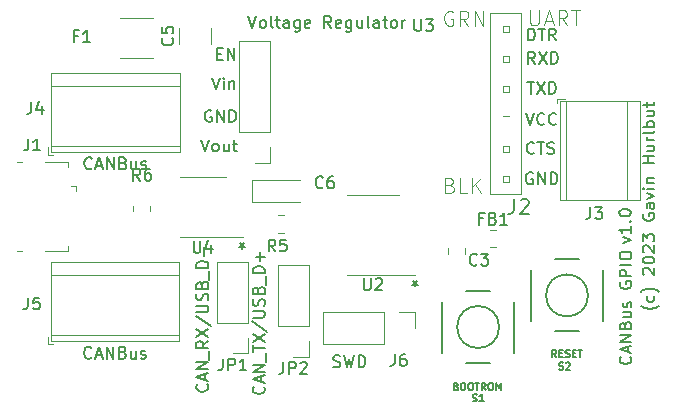
<source format=gbr>
%TF.GenerationSoftware,KiCad,Pcbnew,6.0.11-2627ca5db0~126~ubuntu22.04.1*%
%TF.CreationDate,2023-02-28T15:21:50-05:00*%
%TF.ProjectId,canbus-gpios,63616e62-7573-42d6-9770-696f732e6b69,1.0*%
%TF.SameCoordinates,Original*%
%TF.FileFunction,Legend,Top*%
%TF.FilePolarity,Positive*%
%FSLAX46Y46*%
G04 Gerber Fmt 4.6, Leading zero omitted, Abs format (unit mm)*
G04 Created by KiCad (PCBNEW 6.0.11-2627ca5db0~126~ubuntu22.04.1) date 2023-02-28 15:21:50*
%MOMM*%
%LPD*%
G01*
G04 APERTURE LIST*
%ADD10C,0.150000*%
%ADD11C,0.127000*%
%ADD12C,0.101600*%
%ADD13C,0.120000*%
%ADD14C,0.203200*%
%ADD15C,0.066040*%
G04 APERTURE END LIST*
D10*
X107057142Y-98767857D02*
X107104761Y-98815476D01*
X107152380Y-98958333D01*
X107152380Y-99053571D01*
X107104761Y-99196428D01*
X107009523Y-99291666D01*
X106914285Y-99339285D01*
X106723809Y-99386904D01*
X106580952Y-99386904D01*
X106390476Y-99339285D01*
X106295238Y-99291666D01*
X106200000Y-99196428D01*
X106152380Y-99053571D01*
X106152380Y-98958333D01*
X106200000Y-98815476D01*
X106247619Y-98767857D01*
X106866666Y-98386904D02*
X106866666Y-97910714D01*
X107152380Y-98482142D02*
X106152380Y-98148809D01*
X107152380Y-97815476D01*
X107152380Y-97482142D02*
X106152380Y-97482142D01*
X107152380Y-96910714D01*
X106152380Y-96910714D01*
X106628571Y-96101190D02*
X106676190Y-95958333D01*
X106723809Y-95910714D01*
X106819047Y-95863095D01*
X106961904Y-95863095D01*
X107057142Y-95910714D01*
X107104761Y-95958333D01*
X107152380Y-96053571D01*
X107152380Y-96434523D01*
X106152380Y-96434523D01*
X106152380Y-96101190D01*
X106200000Y-96005952D01*
X106247619Y-95958333D01*
X106342857Y-95910714D01*
X106438095Y-95910714D01*
X106533333Y-95958333D01*
X106580952Y-96005952D01*
X106628571Y-96101190D01*
X106628571Y-96434523D01*
X106485714Y-95005952D02*
X107152380Y-95005952D01*
X106485714Y-95434523D02*
X107009523Y-95434523D01*
X107104761Y-95386904D01*
X107152380Y-95291666D01*
X107152380Y-95148809D01*
X107104761Y-95053571D01*
X107057142Y-95005952D01*
X107104761Y-94577380D02*
X107152380Y-94482142D01*
X107152380Y-94291666D01*
X107104761Y-94196428D01*
X107009523Y-94148809D01*
X106961904Y-94148809D01*
X106866666Y-94196428D01*
X106819047Y-94291666D01*
X106819047Y-94434523D01*
X106771428Y-94529761D01*
X106676190Y-94577380D01*
X106628571Y-94577380D01*
X106533333Y-94529761D01*
X106485714Y-94434523D01*
X106485714Y-94291666D01*
X106533333Y-94196428D01*
X106200000Y-92434523D02*
X106152380Y-92529761D01*
X106152380Y-92672619D01*
X106200000Y-92815476D01*
X106295238Y-92910714D01*
X106390476Y-92958333D01*
X106580952Y-93005952D01*
X106723809Y-93005952D01*
X106914285Y-92958333D01*
X107009523Y-92910714D01*
X107104761Y-92815476D01*
X107152380Y-92672619D01*
X107152380Y-92577380D01*
X107104761Y-92434523D01*
X107057142Y-92386904D01*
X106723809Y-92386904D01*
X106723809Y-92577380D01*
X107152380Y-91958333D02*
X106152380Y-91958333D01*
X106152380Y-91577380D01*
X106200000Y-91482142D01*
X106247619Y-91434523D01*
X106342857Y-91386904D01*
X106485714Y-91386904D01*
X106580952Y-91434523D01*
X106628571Y-91482142D01*
X106676190Y-91577380D01*
X106676190Y-91958333D01*
X107152380Y-90958333D02*
X106152380Y-90958333D01*
X106152380Y-90291666D02*
X106152380Y-90101190D01*
X106200000Y-90005952D01*
X106295238Y-89910714D01*
X106485714Y-89863095D01*
X106819047Y-89863095D01*
X107009523Y-89910714D01*
X107104761Y-90005952D01*
X107152380Y-90101190D01*
X107152380Y-90291666D01*
X107104761Y-90386904D01*
X107009523Y-90482142D01*
X106819047Y-90529761D01*
X106485714Y-90529761D01*
X106295238Y-90482142D01*
X106200000Y-90386904D01*
X106152380Y-90291666D01*
X106435714Y-89103571D02*
X107102380Y-88865476D01*
X106435714Y-88627380D01*
X107102380Y-87722619D02*
X107102380Y-88294047D01*
X107102380Y-88008333D02*
X106102380Y-88008333D01*
X106245238Y-88103571D01*
X106340476Y-88198809D01*
X106388095Y-88294047D01*
X107007142Y-87294047D02*
X107054761Y-87246428D01*
X107102380Y-87294047D01*
X107054761Y-87341666D01*
X107007142Y-87294047D01*
X107102380Y-87294047D01*
X106102380Y-86627380D02*
X106102380Y-86532142D01*
X106150000Y-86436904D01*
X106197619Y-86389285D01*
X106292857Y-86341666D01*
X106483333Y-86294047D01*
X106721428Y-86294047D01*
X106911904Y-86341666D01*
X107007142Y-86389285D01*
X107054761Y-86436904D01*
X107102380Y-86532142D01*
X107102380Y-86627380D01*
X107054761Y-86722619D01*
X107007142Y-86770238D01*
X106911904Y-86817857D01*
X106721428Y-86865476D01*
X106483333Y-86865476D01*
X106292857Y-86817857D01*
X106197619Y-86770238D01*
X106150000Y-86722619D01*
X106102380Y-86627380D01*
X109483333Y-94430952D02*
X109435714Y-94478571D01*
X109292857Y-94573809D01*
X109197619Y-94621428D01*
X109054761Y-94669047D01*
X108816666Y-94716666D01*
X108626190Y-94716666D01*
X108388095Y-94669047D01*
X108245238Y-94621428D01*
X108150000Y-94573809D01*
X108007142Y-94478571D01*
X107959523Y-94430952D01*
X109054761Y-93621428D02*
X109102380Y-93716666D01*
X109102380Y-93907142D01*
X109054761Y-94002380D01*
X109007142Y-94050000D01*
X108911904Y-94097619D01*
X108626190Y-94097619D01*
X108530952Y-94050000D01*
X108483333Y-94002380D01*
X108435714Y-93907142D01*
X108435714Y-93716666D01*
X108483333Y-93621428D01*
X109483333Y-93288095D02*
X109435714Y-93240476D01*
X109292857Y-93145238D01*
X109197619Y-93097619D01*
X109054761Y-93050000D01*
X108816666Y-93002380D01*
X108626190Y-93002380D01*
X108388095Y-93050000D01*
X108245238Y-93097619D01*
X108150000Y-93145238D01*
X108007142Y-93240476D01*
X107959523Y-93288095D01*
X108197619Y-91811904D02*
X108150000Y-91764285D01*
X108102380Y-91669047D01*
X108102380Y-91430952D01*
X108150000Y-91335714D01*
X108197619Y-91288095D01*
X108292857Y-91240476D01*
X108388095Y-91240476D01*
X108530952Y-91288095D01*
X109102380Y-91859523D01*
X109102380Y-91240476D01*
X108102380Y-90621428D02*
X108102380Y-90526190D01*
X108150000Y-90430952D01*
X108197619Y-90383333D01*
X108292857Y-90335714D01*
X108483333Y-90288095D01*
X108721428Y-90288095D01*
X108911904Y-90335714D01*
X109007142Y-90383333D01*
X109054761Y-90430952D01*
X109102380Y-90526190D01*
X109102380Y-90621428D01*
X109054761Y-90716666D01*
X109007142Y-90764285D01*
X108911904Y-90811904D01*
X108721428Y-90859523D01*
X108483333Y-90859523D01*
X108292857Y-90811904D01*
X108197619Y-90764285D01*
X108150000Y-90716666D01*
X108102380Y-90621428D01*
X108197619Y-89907142D02*
X108150000Y-89859523D01*
X108102380Y-89764285D01*
X108102380Y-89526190D01*
X108150000Y-89430952D01*
X108197619Y-89383333D01*
X108292857Y-89335714D01*
X108388095Y-89335714D01*
X108530952Y-89383333D01*
X109102380Y-89954761D01*
X109102380Y-89335714D01*
X108102380Y-89002380D02*
X108102380Y-88383333D01*
X108483333Y-88716666D01*
X108483333Y-88573809D01*
X108530952Y-88478571D01*
X108578571Y-88430952D01*
X108673809Y-88383333D01*
X108911904Y-88383333D01*
X109007142Y-88430952D01*
X109054761Y-88478571D01*
X109102380Y-88573809D01*
X109102380Y-88859523D01*
X109054761Y-88954761D01*
X109007142Y-89002380D01*
X108150000Y-86669047D02*
X108102380Y-86764285D01*
X108102380Y-86907142D01*
X108150000Y-87050000D01*
X108245238Y-87145238D01*
X108340476Y-87192857D01*
X108530952Y-87240476D01*
X108673809Y-87240476D01*
X108864285Y-87192857D01*
X108959523Y-87145238D01*
X109054761Y-87050000D01*
X109102380Y-86907142D01*
X109102380Y-86811904D01*
X109054761Y-86669047D01*
X109007142Y-86621428D01*
X108673809Y-86621428D01*
X108673809Y-86811904D01*
X109102380Y-85764285D02*
X108578571Y-85764285D01*
X108483333Y-85811904D01*
X108435714Y-85907142D01*
X108435714Y-86097619D01*
X108483333Y-86192857D01*
X109054761Y-85764285D02*
X109102380Y-85859523D01*
X109102380Y-86097619D01*
X109054761Y-86192857D01*
X108959523Y-86240476D01*
X108864285Y-86240476D01*
X108769047Y-86192857D01*
X108721428Y-86097619D01*
X108721428Y-85859523D01*
X108673809Y-85764285D01*
X108435714Y-85383333D02*
X109102380Y-85145238D01*
X108435714Y-84907142D01*
X109102380Y-84526190D02*
X108435714Y-84526190D01*
X108102380Y-84526190D02*
X108150000Y-84573809D01*
X108197619Y-84526190D01*
X108150000Y-84478571D01*
X108102380Y-84526190D01*
X108197619Y-84526190D01*
X108435714Y-84050000D02*
X109102380Y-84050000D01*
X108530952Y-84050000D02*
X108483333Y-84002380D01*
X108435714Y-83907142D01*
X108435714Y-83764285D01*
X108483333Y-83669047D01*
X108578571Y-83621428D01*
X109102380Y-83621428D01*
X109102380Y-82383333D02*
X108102380Y-82383333D01*
X108578571Y-82383333D02*
X108578571Y-81811904D01*
X109102380Y-81811904D02*
X108102380Y-81811904D01*
X108435714Y-80907142D02*
X109102380Y-80907142D01*
X108435714Y-81335714D02*
X108959523Y-81335714D01*
X109054761Y-81288095D01*
X109102380Y-81192857D01*
X109102380Y-81050000D01*
X109054761Y-80954761D01*
X109007142Y-80907142D01*
X109102380Y-80430952D02*
X108435714Y-80430952D01*
X108626190Y-80430952D02*
X108530952Y-80383333D01*
X108483333Y-80335714D01*
X108435714Y-80240476D01*
X108435714Y-80145238D01*
X109102380Y-79669047D02*
X109054761Y-79764285D01*
X108959523Y-79811904D01*
X108102380Y-79811904D01*
X109102380Y-79288095D02*
X108102380Y-79288095D01*
X108483333Y-79288095D02*
X108435714Y-79192857D01*
X108435714Y-79002380D01*
X108483333Y-78907142D01*
X108530952Y-78859523D01*
X108626190Y-78811904D01*
X108911904Y-78811904D01*
X109007142Y-78859523D01*
X109054761Y-78907142D01*
X109102380Y-79002380D01*
X109102380Y-79192857D01*
X109054761Y-79288095D01*
X108435714Y-77954761D02*
X109102380Y-77954761D01*
X108435714Y-78383333D02*
X108959523Y-78383333D01*
X109054761Y-78335714D01*
X109102380Y-78240476D01*
X109102380Y-78097619D01*
X109054761Y-78002380D01*
X109007142Y-77954761D01*
X108435714Y-77621428D02*
X108435714Y-77240476D01*
X108102380Y-77478571D02*
X108959523Y-77478571D01*
X109054761Y-77430952D01*
X109102380Y-77335714D01*
X109102380Y-77240476D01*
%TO.C,J3*%
X103691666Y-86102380D02*
X103691666Y-86816666D01*
X103644047Y-86959523D01*
X103548809Y-87054761D01*
X103405952Y-87102380D01*
X103310714Y-87102380D01*
X104072619Y-86102380D02*
X104691666Y-86102380D01*
X104358333Y-86483333D01*
X104501190Y-86483333D01*
X104596428Y-86530952D01*
X104644047Y-86578571D01*
X104691666Y-86673809D01*
X104691666Y-86911904D01*
X104644047Y-87007142D01*
X104596428Y-87054761D01*
X104501190Y-87102380D01*
X104215476Y-87102380D01*
X104120238Y-87054761D01*
X104072619Y-87007142D01*
%TO.C,U3*%
X88788095Y-70177380D02*
X88788095Y-70986904D01*
X88835714Y-71082142D01*
X88883333Y-71129761D01*
X88978571Y-71177380D01*
X89169047Y-71177380D01*
X89264285Y-71129761D01*
X89311904Y-71082142D01*
X89359523Y-70986904D01*
X89359523Y-70177380D01*
X89740476Y-70177380D02*
X90359523Y-70177380D01*
X90026190Y-70558333D01*
X90169047Y-70558333D01*
X90264285Y-70605952D01*
X90311904Y-70653571D01*
X90359523Y-70748809D01*
X90359523Y-70986904D01*
X90311904Y-71082142D01*
X90264285Y-71129761D01*
X90169047Y-71177380D01*
X89883333Y-71177380D01*
X89788095Y-71129761D01*
X89740476Y-71082142D01*
X74732142Y-69927380D02*
X75065476Y-70927380D01*
X75398809Y-69927380D01*
X75875000Y-70927380D02*
X75779761Y-70879761D01*
X75732142Y-70832142D01*
X75684523Y-70736904D01*
X75684523Y-70451190D01*
X75732142Y-70355952D01*
X75779761Y-70308333D01*
X75875000Y-70260714D01*
X76017857Y-70260714D01*
X76113095Y-70308333D01*
X76160714Y-70355952D01*
X76208333Y-70451190D01*
X76208333Y-70736904D01*
X76160714Y-70832142D01*
X76113095Y-70879761D01*
X76017857Y-70927380D01*
X75875000Y-70927380D01*
X76779761Y-70927380D02*
X76684523Y-70879761D01*
X76636904Y-70784523D01*
X76636904Y-69927380D01*
X77017857Y-70260714D02*
X77398809Y-70260714D01*
X77160714Y-69927380D02*
X77160714Y-70784523D01*
X77208333Y-70879761D01*
X77303571Y-70927380D01*
X77398809Y-70927380D01*
X78160714Y-70927380D02*
X78160714Y-70403571D01*
X78113095Y-70308333D01*
X78017857Y-70260714D01*
X77827380Y-70260714D01*
X77732142Y-70308333D01*
X78160714Y-70879761D02*
X78065476Y-70927380D01*
X77827380Y-70927380D01*
X77732142Y-70879761D01*
X77684523Y-70784523D01*
X77684523Y-70689285D01*
X77732142Y-70594047D01*
X77827380Y-70546428D01*
X78065476Y-70546428D01*
X78160714Y-70498809D01*
X79065476Y-70260714D02*
X79065476Y-71070238D01*
X79017857Y-71165476D01*
X78970238Y-71213095D01*
X78875000Y-71260714D01*
X78732142Y-71260714D01*
X78636904Y-71213095D01*
X79065476Y-70879761D02*
X78970238Y-70927380D01*
X78779761Y-70927380D01*
X78684523Y-70879761D01*
X78636904Y-70832142D01*
X78589285Y-70736904D01*
X78589285Y-70451190D01*
X78636904Y-70355952D01*
X78684523Y-70308333D01*
X78779761Y-70260714D01*
X78970238Y-70260714D01*
X79065476Y-70308333D01*
X79922619Y-70879761D02*
X79827380Y-70927380D01*
X79636904Y-70927380D01*
X79541666Y-70879761D01*
X79494047Y-70784523D01*
X79494047Y-70403571D01*
X79541666Y-70308333D01*
X79636904Y-70260714D01*
X79827380Y-70260714D01*
X79922619Y-70308333D01*
X79970238Y-70403571D01*
X79970238Y-70498809D01*
X79494047Y-70594047D01*
X81732142Y-70927380D02*
X81398809Y-70451190D01*
X81160714Y-70927380D02*
X81160714Y-69927380D01*
X81541666Y-69927380D01*
X81636904Y-69975000D01*
X81684523Y-70022619D01*
X81732142Y-70117857D01*
X81732142Y-70260714D01*
X81684523Y-70355952D01*
X81636904Y-70403571D01*
X81541666Y-70451190D01*
X81160714Y-70451190D01*
X82541666Y-70879761D02*
X82446428Y-70927380D01*
X82255952Y-70927380D01*
X82160714Y-70879761D01*
X82113095Y-70784523D01*
X82113095Y-70403571D01*
X82160714Y-70308333D01*
X82255952Y-70260714D01*
X82446428Y-70260714D01*
X82541666Y-70308333D01*
X82589285Y-70403571D01*
X82589285Y-70498809D01*
X82113095Y-70594047D01*
X83446428Y-70260714D02*
X83446428Y-71070238D01*
X83398809Y-71165476D01*
X83351190Y-71213095D01*
X83255952Y-71260714D01*
X83113095Y-71260714D01*
X83017857Y-71213095D01*
X83446428Y-70879761D02*
X83351190Y-70927380D01*
X83160714Y-70927380D01*
X83065476Y-70879761D01*
X83017857Y-70832142D01*
X82970238Y-70736904D01*
X82970238Y-70451190D01*
X83017857Y-70355952D01*
X83065476Y-70308333D01*
X83160714Y-70260714D01*
X83351190Y-70260714D01*
X83446428Y-70308333D01*
X84351190Y-70260714D02*
X84351190Y-70927380D01*
X83922619Y-70260714D02*
X83922619Y-70784523D01*
X83970238Y-70879761D01*
X84065476Y-70927380D01*
X84208333Y-70927380D01*
X84303571Y-70879761D01*
X84351190Y-70832142D01*
X84970238Y-70927380D02*
X84875000Y-70879761D01*
X84827380Y-70784523D01*
X84827380Y-69927380D01*
X85779761Y-70927380D02*
X85779761Y-70403571D01*
X85732142Y-70308333D01*
X85636904Y-70260714D01*
X85446428Y-70260714D01*
X85351190Y-70308333D01*
X85779761Y-70879761D02*
X85684523Y-70927380D01*
X85446428Y-70927380D01*
X85351190Y-70879761D01*
X85303571Y-70784523D01*
X85303571Y-70689285D01*
X85351190Y-70594047D01*
X85446428Y-70546428D01*
X85684523Y-70546428D01*
X85779761Y-70498809D01*
X86113095Y-70260714D02*
X86494047Y-70260714D01*
X86255952Y-69927380D02*
X86255952Y-70784523D01*
X86303571Y-70879761D01*
X86398809Y-70927380D01*
X86494047Y-70927380D01*
X86970238Y-70927380D02*
X86875000Y-70879761D01*
X86827380Y-70832142D01*
X86779761Y-70736904D01*
X86779761Y-70451190D01*
X86827380Y-70355952D01*
X86875000Y-70308333D01*
X86970238Y-70260714D01*
X87113095Y-70260714D01*
X87208333Y-70308333D01*
X87255952Y-70355952D01*
X87303571Y-70451190D01*
X87303571Y-70736904D01*
X87255952Y-70832142D01*
X87208333Y-70879761D01*
X87113095Y-70927380D01*
X86970238Y-70927380D01*
X87732142Y-70927380D02*
X87732142Y-70260714D01*
X87732142Y-70451190D02*
X87779761Y-70355952D01*
X87827380Y-70308333D01*
X87922619Y-70260714D01*
X88017857Y-70260714D01*
X72073104Y-73103771D02*
X72406438Y-73103771D01*
X72549295Y-73627580D02*
X72073104Y-73627580D01*
X72073104Y-72627580D01*
X72549295Y-72627580D01*
X72977866Y-73627580D02*
X72977866Y-72627580D01*
X73549295Y-73627580D01*
X73549295Y-72627580D01*
X71592095Y-77933000D02*
X71496857Y-77885380D01*
X71354000Y-77885380D01*
X71211142Y-77933000D01*
X71115904Y-78028238D01*
X71068285Y-78123476D01*
X71020666Y-78313952D01*
X71020666Y-78456809D01*
X71068285Y-78647285D01*
X71115904Y-78742523D01*
X71211142Y-78837761D01*
X71354000Y-78885380D01*
X71449238Y-78885380D01*
X71592095Y-78837761D01*
X71639714Y-78790142D01*
X71639714Y-78456809D01*
X71449238Y-78456809D01*
X72068285Y-78885380D02*
X72068285Y-77885380D01*
X72639714Y-78885380D01*
X72639714Y-77885380D01*
X73115904Y-78885380D02*
X73115904Y-77885380D01*
X73354000Y-77885380D01*
X73496857Y-77933000D01*
X73592095Y-78028238D01*
X73639714Y-78123476D01*
X73687333Y-78313952D01*
X73687333Y-78456809D01*
X73639714Y-78647285D01*
X73592095Y-78742523D01*
X73496857Y-78837761D01*
X73354000Y-78885380D01*
X73115904Y-78885380D01*
X71623490Y-75129980D02*
X71956823Y-76129980D01*
X72290157Y-75129980D01*
X72623490Y-76129980D02*
X72623490Y-75463314D01*
X72623490Y-75129980D02*
X72575871Y-75177600D01*
X72623490Y-75225219D01*
X72671109Y-75177600D01*
X72623490Y-75129980D01*
X72623490Y-75225219D01*
X73099680Y-75463314D02*
X73099680Y-76129980D01*
X73099680Y-75558552D02*
X73147300Y-75510933D01*
X73242538Y-75463314D01*
X73385395Y-75463314D01*
X73480633Y-75510933D01*
X73528252Y-75606171D01*
X73528252Y-76129980D01*
X70723490Y-80379980D02*
X71056823Y-81379980D01*
X71390157Y-80379980D01*
X71866347Y-81379980D02*
X71771109Y-81332361D01*
X71723490Y-81284742D01*
X71675871Y-81189504D01*
X71675871Y-80903790D01*
X71723490Y-80808552D01*
X71771109Y-80760933D01*
X71866347Y-80713314D01*
X72009204Y-80713314D01*
X72104442Y-80760933D01*
X72152061Y-80808552D01*
X72199680Y-80903790D01*
X72199680Y-81189504D01*
X72152061Y-81284742D01*
X72104442Y-81332361D01*
X72009204Y-81379980D01*
X71866347Y-81379980D01*
X73056823Y-80713314D02*
X73056823Y-81379980D01*
X72628252Y-80713314D02*
X72628252Y-81237123D01*
X72675871Y-81332361D01*
X72771109Y-81379980D01*
X72913966Y-81379980D01*
X73009204Y-81332361D01*
X73056823Y-81284742D01*
X73390157Y-80713314D02*
X73771109Y-80713314D01*
X73533014Y-80379980D02*
X73533014Y-81237123D01*
X73580633Y-81332361D01*
X73675871Y-81379980D01*
X73771109Y-81379980D01*
%TO.C,JP1*%
X72566666Y-98922380D02*
X72566666Y-99636666D01*
X72519047Y-99779523D01*
X72423809Y-99874761D01*
X72280952Y-99922380D01*
X72185714Y-99922380D01*
X73042857Y-99922380D02*
X73042857Y-98922380D01*
X73423809Y-98922380D01*
X73519047Y-98970000D01*
X73566666Y-99017619D01*
X73614285Y-99112857D01*
X73614285Y-99255714D01*
X73566666Y-99350952D01*
X73519047Y-99398571D01*
X73423809Y-99446190D01*
X73042857Y-99446190D01*
X74566666Y-99922380D02*
X73995238Y-99922380D01*
X74280952Y-99922380D02*
X74280952Y-98922380D01*
X74185714Y-99065238D01*
X74090476Y-99160476D01*
X73995238Y-99208095D01*
X71232142Y-101098809D02*
X71279761Y-101146428D01*
X71327380Y-101289285D01*
X71327380Y-101384523D01*
X71279761Y-101527380D01*
X71184523Y-101622619D01*
X71089285Y-101670238D01*
X70898809Y-101717857D01*
X70755952Y-101717857D01*
X70565476Y-101670238D01*
X70470238Y-101622619D01*
X70375000Y-101527380D01*
X70327380Y-101384523D01*
X70327380Y-101289285D01*
X70375000Y-101146428D01*
X70422619Y-101098809D01*
X71041666Y-100717857D02*
X71041666Y-100241666D01*
X71327380Y-100813095D02*
X70327380Y-100479761D01*
X71327380Y-100146428D01*
X71327380Y-99813095D02*
X70327380Y-99813095D01*
X71327380Y-99241666D01*
X70327380Y-99241666D01*
X71422619Y-99003571D02*
X71422619Y-98241666D01*
X71327380Y-97432142D02*
X70851190Y-97765476D01*
X71327380Y-98003571D02*
X70327380Y-98003571D01*
X70327380Y-97622619D01*
X70375000Y-97527380D01*
X70422619Y-97479761D01*
X70517857Y-97432142D01*
X70660714Y-97432142D01*
X70755952Y-97479761D01*
X70803571Y-97527380D01*
X70851190Y-97622619D01*
X70851190Y-98003571D01*
X70327380Y-97098809D02*
X71327380Y-96432142D01*
X70327380Y-96432142D02*
X71327380Y-97098809D01*
X70279761Y-95336904D02*
X71565476Y-96194047D01*
X70327380Y-95003571D02*
X71136904Y-95003571D01*
X71232142Y-94955952D01*
X71279761Y-94908333D01*
X71327380Y-94813095D01*
X71327380Y-94622619D01*
X71279761Y-94527380D01*
X71232142Y-94479761D01*
X71136904Y-94432142D01*
X70327380Y-94432142D01*
X71279761Y-94003571D02*
X71327380Y-93860714D01*
X71327380Y-93622619D01*
X71279761Y-93527380D01*
X71232142Y-93479761D01*
X71136904Y-93432142D01*
X71041666Y-93432142D01*
X70946428Y-93479761D01*
X70898809Y-93527380D01*
X70851190Y-93622619D01*
X70803571Y-93813095D01*
X70755952Y-93908333D01*
X70708333Y-93955952D01*
X70613095Y-94003571D01*
X70517857Y-94003571D01*
X70422619Y-93955952D01*
X70375000Y-93908333D01*
X70327380Y-93813095D01*
X70327380Y-93575000D01*
X70375000Y-93432142D01*
X70803571Y-92670238D02*
X70851190Y-92527380D01*
X70898809Y-92479761D01*
X70994047Y-92432142D01*
X71136904Y-92432142D01*
X71232142Y-92479761D01*
X71279761Y-92527380D01*
X71327380Y-92622619D01*
X71327380Y-93003571D01*
X70327380Y-93003571D01*
X70327380Y-92670238D01*
X70375000Y-92575000D01*
X70422619Y-92527380D01*
X70517857Y-92479761D01*
X70613095Y-92479761D01*
X70708333Y-92527380D01*
X70755952Y-92575000D01*
X70803571Y-92670238D01*
X70803571Y-93003571D01*
X71422619Y-92241666D02*
X71422619Y-91479761D01*
X71327380Y-91241666D02*
X70327380Y-91241666D01*
X70327380Y-91003571D01*
X70375000Y-90860714D01*
X70470238Y-90765476D01*
X70565476Y-90717857D01*
X70755952Y-90670238D01*
X70898809Y-90670238D01*
X71089285Y-90717857D01*
X71184523Y-90765476D01*
X71279761Y-90860714D01*
X71327380Y-91003571D01*
X71327380Y-91241666D01*
X70946428Y-90241666D02*
X70946428Y-89479761D01*
%TO.C,J5*%
X56066666Y-93752380D02*
X56066666Y-94466666D01*
X56019047Y-94609523D01*
X55923809Y-94704761D01*
X55780952Y-94752380D01*
X55685714Y-94752380D01*
X57019047Y-93752380D02*
X56542857Y-93752380D01*
X56495238Y-94228571D01*
X56542857Y-94180952D01*
X56638095Y-94133333D01*
X56876190Y-94133333D01*
X56971428Y-94180952D01*
X57019047Y-94228571D01*
X57066666Y-94323809D01*
X57066666Y-94561904D01*
X57019047Y-94657142D01*
X56971428Y-94704761D01*
X56876190Y-94752380D01*
X56638095Y-94752380D01*
X56542857Y-94704761D01*
X56495238Y-94657142D01*
X61435000Y-98827142D02*
X61387380Y-98874761D01*
X61244523Y-98922380D01*
X61149285Y-98922380D01*
X61006428Y-98874761D01*
X60911190Y-98779523D01*
X60863571Y-98684285D01*
X60815952Y-98493809D01*
X60815952Y-98350952D01*
X60863571Y-98160476D01*
X60911190Y-98065238D01*
X61006428Y-97970000D01*
X61149285Y-97922380D01*
X61244523Y-97922380D01*
X61387380Y-97970000D01*
X61435000Y-98017619D01*
X61815952Y-98636666D02*
X62292142Y-98636666D01*
X61720714Y-98922380D02*
X62054047Y-97922380D01*
X62387380Y-98922380D01*
X62720714Y-98922380D02*
X62720714Y-97922380D01*
X63292142Y-98922380D01*
X63292142Y-97922380D01*
X64101666Y-98398571D02*
X64244523Y-98446190D01*
X64292142Y-98493809D01*
X64339761Y-98589047D01*
X64339761Y-98731904D01*
X64292142Y-98827142D01*
X64244523Y-98874761D01*
X64149285Y-98922380D01*
X63768333Y-98922380D01*
X63768333Y-97922380D01*
X64101666Y-97922380D01*
X64196904Y-97970000D01*
X64244523Y-98017619D01*
X64292142Y-98112857D01*
X64292142Y-98208095D01*
X64244523Y-98303333D01*
X64196904Y-98350952D01*
X64101666Y-98398571D01*
X63768333Y-98398571D01*
X65196904Y-98255714D02*
X65196904Y-98922380D01*
X64768333Y-98255714D02*
X64768333Y-98779523D01*
X64815952Y-98874761D01*
X64911190Y-98922380D01*
X65054047Y-98922380D01*
X65149285Y-98874761D01*
X65196904Y-98827142D01*
X65625476Y-98874761D02*
X65720714Y-98922380D01*
X65911190Y-98922380D01*
X66006428Y-98874761D01*
X66054047Y-98779523D01*
X66054047Y-98731904D01*
X66006428Y-98636666D01*
X65911190Y-98589047D01*
X65768333Y-98589047D01*
X65673095Y-98541428D01*
X65625476Y-98446190D01*
X65625476Y-98398571D01*
X65673095Y-98303333D01*
X65768333Y-98255714D01*
X65911190Y-98255714D01*
X66006428Y-98303333D01*
%TO.C,J6*%
X87116666Y-98552380D02*
X87116666Y-99266666D01*
X87069047Y-99409523D01*
X86973809Y-99504761D01*
X86830952Y-99552380D01*
X86735714Y-99552380D01*
X88021428Y-98552380D02*
X87830952Y-98552380D01*
X87735714Y-98600000D01*
X87688095Y-98647619D01*
X87592857Y-98790476D01*
X87545238Y-98980952D01*
X87545238Y-99361904D01*
X87592857Y-99457142D01*
X87640476Y-99504761D01*
X87735714Y-99552380D01*
X87926190Y-99552380D01*
X88021428Y-99504761D01*
X88069047Y-99457142D01*
X88116666Y-99361904D01*
X88116666Y-99123809D01*
X88069047Y-99028571D01*
X88021428Y-98980952D01*
X87926190Y-98933333D01*
X87735714Y-98933333D01*
X87640476Y-98980952D01*
X87592857Y-99028571D01*
X87545238Y-99123809D01*
X81917857Y-99604761D02*
X82060714Y-99652380D01*
X82298809Y-99652380D01*
X82394047Y-99604761D01*
X82441666Y-99557142D01*
X82489285Y-99461904D01*
X82489285Y-99366666D01*
X82441666Y-99271428D01*
X82394047Y-99223809D01*
X82298809Y-99176190D01*
X82108333Y-99128571D01*
X82013095Y-99080952D01*
X81965476Y-99033333D01*
X81917857Y-98938095D01*
X81917857Y-98842857D01*
X81965476Y-98747619D01*
X82013095Y-98700000D01*
X82108333Y-98652380D01*
X82346428Y-98652380D01*
X82489285Y-98700000D01*
X82822619Y-98652380D02*
X83060714Y-99652380D01*
X83251190Y-98938095D01*
X83441666Y-99652380D01*
X83679761Y-98652380D01*
X84060714Y-99652380D02*
X84060714Y-98652380D01*
X84298809Y-98652380D01*
X84441666Y-98700000D01*
X84536904Y-98795238D01*
X84584523Y-98890476D01*
X84632142Y-99080952D01*
X84632142Y-99223809D01*
X84584523Y-99414285D01*
X84536904Y-99509523D01*
X84441666Y-99604761D01*
X84298809Y-99652380D01*
X84060714Y-99652380D01*
%TO.C,R6*%
X65558333Y-83852380D02*
X65225000Y-83376190D01*
X64986904Y-83852380D02*
X64986904Y-82852380D01*
X65367857Y-82852380D01*
X65463095Y-82900000D01*
X65510714Y-82947619D01*
X65558333Y-83042857D01*
X65558333Y-83185714D01*
X65510714Y-83280952D01*
X65463095Y-83328571D01*
X65367857Y-83376190D01*
X64986904Y-83376190D01*
X66415476Y-82852380D02*
X66225000Y-82852380D01*
X66129761Y-82900000D01*
X66082142Y-82947619D01*
X65986904Y-83090476D01*
X65939285Y-83280952D01*
X65939285Y-83661904D01*
X65986904Y-83757142D01*
X66034523Y-83804761D01*
X66129761Y-83852380D01*
X66320238Y-83852380D01*
X66415476Y-83804761D01*
X66463095Y-83757142D01*
X66510714Y-83661904D01*
X66510714Y-83423809D01*
X66463095Y-83328571D01*
X66415476Y-83280952D01*
X66320238Y-83233333D01*
X66129761Y-83233333D01*
X66034523Y-83280952D01*
X65986904Y-83328571D01*
X65939285Y-83423809D01*
%TO.C,C3*%
X94083333Y-90957142D02*
X94035714Y-91004761D01*
X93892857Y-91052380D01*
X93797619Y-91052380D01*
X93654761Y-91004761D01*
X93559523Y-90909523D01*
X93511904Y-90814285D01*
X93464285Y-90623809D01*
X93464285Y-90480952D01*
X93511904Y-90290476D01*
X93559523Y-90195238D01*
X93654761Y-90100000D01*
X93797619Y-90052380D01*
X93892857Y-90052380D01*
X94035714Y-90100000D01*
X94083333Y-90147619D01*
X94416666Y-90052380D02*
X95035714Y-90052380D01*
X94702380Y-90433333D01*
X94845238Y-90433333D01*
X94940476Y-90480952D01*
X94988095Y-90528571D01*
X95035714Y-90623809D01*
X95035714Y-90861904D01*
X94988095Y-90957142D01*
X94940476Y-91004761D01*
X94845238Y-91052380D01*
X94559523Y-91052380D01*
X94464285Y-91004761D01*
X94416666Y-90957142D01*
D11*
%TO.C,S1*%
X93710542Y-102521742D02*
X93797628Y-102550771D01*
X93942771Y-102550771D01*
X94000828Y-102521742D01*
X94029857Y-102492714D01*
X94058885Y-102434657D01*
X94058885Y-102376600D01*
X94029857Y-102318542D01*
X94000828Y-102289514D01*
X93942771Y-102260485D01*
X93826657Y-102231457D01*
X93768600Y-102202428D01*
X93739571Y-102173400D01*
X93710542Y-102115342D01*
X93710542Y-102057285D01*
X93739571Y-101999228D01*
X93768600Y-101970200D01*
X93826657Y-101941171D01*
X93971800Y-101941171D01*
X94058885Y-101970200D01*
X94639457Y-102550771D02*
X94291114Y-102550771D01*
X94465285Y-102550771D02*
X94465285Y-101941171D01*
X94407228Y-102028257D01*
X94349171Y-102086314D01*
X94291114Y-102115342D01*
X92325228Y-101281457D02*
X92412314Y-101310485D01*
X92441342Y-101339514D01*
X92470371Y-101397571D01*
X92470371Y-101484657D01*
X92441342Y-101542714D01*
X92412314Y-101571742D01*
X92354257Y-101600771D01*
X92122028Y-101600771D01*
X92122028Y-100991171D01*
X92325228Y-100991171D01*
X92383285Y-101020200D01*
X92412314Y-101049228D01*
X92441342Y-101107285D01*
X92441342Y-101165342D01*
X92412314Y-101223400D01*
X92383285Y-101252428D01*
X92325228Y-101281457D01*
X92122028Y-101281457D01*
X92847742Y-100991171D02*
X92963857Y-100991171D01*
X93021914Y-101020200D01*
X93079971Y-101078257D01*
X93109000Y-101194371D01*
X93109000Y-101397571D01*
X93079971Y-101513685D01*
X93021914Y-101571742D01*
X92963857Y-101600771D01*
X92847742Y-101600771D01*
X92789685Y-101571742D01*
X92731628Y-101513685D01*
X92702600Y-101397571D01*
X92702600Y-101194371D01*
X92731628Y-101078257D01*
X92789685Y-101020200D01*
X92847742Y-100991171D01*
X93486371Y-100991171D02*
X93602485Y-100991171D01*
X93660542Y-101020200D01*
X93718600Y-101078257D01*
X93747628Y-101194371D01*
X93747628Y-101397571D01*
X93718600Y-101513685D01*
X93660542Y-101571742D01*
X93602485Y-101600771D01*
X93486371Y-101600771D01*
X93428314Y-101571742D01*
X93370257Y-101513685D01*
X93341228Y-101397571D01*
X93341228Y-101194371D01*
X93370257Y-101078257D01*
X93428314Y-101020200D01*
X93486371Y-100991171D01*
X93921800Y-100991171D02*
X94270142Y-100991171D01*
X94095971Y-101600771D02*
X94095971Y-100991171D01*
X94821685Y-101600771D02*
X94618485Y-101310485D01*
X94473342Y-101600771D02*
X94473342Y-100991171D01*
X94705571Y-100991171D01*
X94763628Y-101020200D01*
X94792657Y-101049228D01*
X94821685Y-101107285D01*
X94821685Y-101194371D01*
X94792657Y-101252428D01*
X94763628Y-101281457D01*
X94705571Y-101310485D01*
X94473342Y-101310485D01*
X95199057Y-100991171D02*
X95315171Y-100991171D01*
X95373228Y-101020200D01*
X95431285Y-101078257D01*
X95460314Y-101194371D01*
X95460314Y-101397571D01*
X95431285Y-101513685D01*
X95373228Y-101571742D01*
X95315171Y-101600771D01*
X95199057Y-101600771D01*
X95141000Y-101571742D01*
X95082942Y-101513685D01*
X95053914Y-101397571D01*
X95053914Y-101194371D01*
X95082942Y-101078257D01*
X95141000Y-101020200D01*
X95199057Y-100991171D01*
X95721571Y-101600771D02*
X95721571Y-100991171D01*
X95924771Y-101426600D01*
X96127971Y-100991171D01*
X96127971Y-101600771D01*
D10*
%TO.C,R5*%
X77008333Y-89852380D02*
X76675000Y-89376190D01*
X76436904Y-89852380D02*
X76436904Y-88852380D01*
X76817857Y-88852380D01*
X76913095Y-88900000D01*
X76960714Y-88947619D01*
X77008333Y-89042857D01*
X77008333Y-89185714D01*
X76960714Y-89280952D01*
X76913095Y-89328571D01*
X76817857Y-89376190D01*
X76436904Y-89376190D01*
X77913095Y-88852380D02*
X77436904Y-88852380D01*
X77389285Y-89328571D01*
X77436904Y-89280952D01*
X77532142Y-89233333D01*
X77770238Y-89233333D01*
X77865476Y-89280952D01*
X77913095Y-89328571D01*
X77960714Y-89423809D01*
X77960714Y-89661904D01*
X77913095Y-89757142D01*
X77865476Y-89804761D01*
X77770238Y-89852380D01*
X77532142Y-89852380D01*
X77436904Y-89804761D01*
X77389285Y-89757142D01*
D11*
%TO.C,J2*%
X97226666Y-85404523D02*
X97226666Y-86311666D01*
X97166190Y-86493095D01*
X97045238Y-86614047D01*
X96863809Y-86674523D01*
X96742857Y-86674523D01*
X97770952Y-85525476D02*
X97831428Y-85465000D01*
X97952380Y-85404523D01*
X98254761Y-85404523D01*
X98375714Y-85465000D01*
X98436190Y-85525476D01*
X98496666Y-85646428D01*
X98496666Y-85767380D01*
X98436190Y-85948809D01*
X97710476Y-86674523D01*
X98496666Y-86674523D01*
D12*
X98574047Y-69429523D02*
X98574047Y-70457619D01*
X98634523Y-70578571D01*
X98695000Y-70639047D01*
X98815952Y-70699523D01*
X99057857Y-70699523D01*
X99178809Y-70639047D01*
X99239285Y-70578571D01*
X99299761Y-70457619D01*
X99299761Y-69429523D01*
X99844047Y-70336666D02*
X100448809Y-70336666D01*
X99723095Y-70699523D02*
X100146428Y-69429523D01*
X100569761Y-70699523D01*
X101718809Y-70699523D02*
X101295476Y-70094761D01*
X100993095Y-70699523D02*
X100993095Y-69429523D01*
X101476904Y-69429523D01*
X101597857Y-69490000D01*
X101658333Y-69550476D01*
X101718809Y-69671428D01*
X101718809Y-69852857D01*
X101658333Y-69973809D01*
X101597857Y-70034285D01*
X101476904Y-70094761D01*
X100993095Y-70094761D01*
X102081666Y-69429523D02*
X102807380Y-69429523D01*
X102444523Y-70699523D02*
X102444523Y-69429523D01*
X91816666Y-84234285D02*
X91998095Y-84294761D01*
X92058571Y-84355238D01*
X92119047Y-84476190D01*
X92119047Y-84657619D01*
X92058571Y-84778571D01*
X91998095Y-84839047D01*
X91877142Y-84899523D01*
X91393333Y-84899523D01*
X91393333Y-83629523D01*
X91816666Y-83629523D01*
X91937619Y-83690000D01*
X91998095Y-83750476D01*
X92058571Y-83871428D01*
X92058571Y-83992380D01*
X91998095Y-84113333D01*
X91937619Y-84173809D01*
X91816666Y-84234285D01*
X91393333Y-84234285D01*
X93268095Y-84899523D02*
X92663333Y-84899523D01*
X92663333Y-83629523D01*
X93691428Y-84899523D02*
X93691428Y-83629523D01*
X94417142Y-84899523D02*
X93872857Y-84173809D01*
X94417142Y-83629523D02*
X93691428Y-84355238D01*
D10*
X98214666Y-78138580D02*
X98548000Y-79138580D01*
X98881333Y-78138580D01*
X99786095Y-79043342D02*
X99738476Y-79090961D01*
X99595619Y-79138580D01*
X99500380Y-79138580D01*
X99357523Y-79090961D01*
X99262285Y-78995723D01*
X99214666Y-78900485D01*
X99167047Y-78710009D01*
X99167047Y-78567152D01*
X99214666Y-78376676D01*
X99262285Y-78281438D01*
X99357523Y-78186200D01*
X99500380Y-78138580D01*
X99595619Y-78138580D01*
X99738476Y-78186200D01*
X99786095Y-78233819D01*
X100786095Y-79043342D02*
X100738476Y-79090961D01*
X100595619Y-79138580D01*
X100500380Y-79138580D01*
X100357523Y-79090961D01*
X100262285Y-78995723D01*
X100214666Y-78900485D01*
X100167047Y-78710009D01*
X100167047Y-78567152D01*
X100214666Y-78376676D01*
X100262285Y-78281438D01*
X100357523Y-78186200D01*
X100500380Y-78138580D01*
X100595619Y-78138580D01*
X100738476Y-78186200D01*
X100786095Y-78233819D01*
X98786095Y-83215400D02*
X98690857Y-83167780D01*
X98548000Y-83167780D01*
X98405142Y-83215400D01*
X98309904Y-83310638D01*
X98262285Y-83405876D01*
X98214666Y-83596352D01*
X98214666Y-83739209D01*
X98262285Y-83929685D01*
X98309904Y-84024923D01*
X98405142Y-84120161D01*
X98548000Y-84167780D01*
X98643238Y-84167780D01*
X98786095Y-84120161D01*
X98833714Y-84072542D01*
X98833714Y-83739209D01*
X98643238Y-83739209D01*
X99262285Y-84167780D02*
X99262285Y-83167780D01*
X99833714Y-84167780D01*
X99833714Y-83167780D01*
X100309904Y-84167780D02*
X100309904Y-83167780D01*
X100548000Y-83167780D01*
X100690857Y-83215400D01*
X100786095Y-83310638D01*
X100833714Y-83405876D01*
X100881333Y-83596352D01*
X100881333Y-83739209D01*
X100833714Y-83929685D01*
X100786095Y-84024923D01*
X100690857Y-84120161D01*
X100548000Y-84167780D01*
X100309904Y-84167780D01*
X98407142Y-71977380D02*
X98407142Y-70977380D01*
X98645238Y-70977380D01*
X98788095Y-71025000D01*
X98883333Y-71120238D01*
X98930952Y-71215476D01*
X98978571Y-71405952D01*
X98978571Y-71548809D01*
X98930952Y-71739285D01*
X98883333Y-71834523D01*
X98788095Y-71929761D01*
X98645238Y-71977380D01*
X98407142Y-71977380D01*
X99264285Y-70977380D02*
X99835714Y-70977380D01*
X99550000Y-71977380D02*
X99550000Y-70977380D01*
X100740476Y-71977380D02*
X100407142Y-71501190D01*
X100169047Y-71977380D02*
X100169047Y-70977380D01*
X100550000Y-70977380D01*
X100645238Y-71025000D01*
X100692857Y-71072619D01*
X100740476Y-71167857D01*
X100740476Y-71310714D01*
X100692857Y-71405952D01*
X100645238Y-71453571D01*
X100550000Y-71501190D01*
X100169047Y-71501190D01*
X98336895Y-75496980D02*
X98908323Y-75496980D01*
X98622609Y-76496980D02*
X98622609Y-75496980D01*
X99146419Y-75496980D02*
X99813085Y-76496980D01*
X99813085Y-75496980D02*
X99146419Y-76496980D01*
X100194038Y-76496980D02*
X100194038Y-75496980D01*
X100432133Y-75496980D01*
X100574990Y-75544600D01*
X100670228Y-75639838D01*
X100717847Y-75735076D01*
X100765466Y-75925552D01*
X100765466Y-76068409D01*
X100717847Y-76258885D01*
X100670228Y-76354123D01*
X100574990Y-76449361D01*
X100432133Y-76496980D01*
X100194038Y-76496980D01*
D12*
X92032380Y-69540000D02*
X91911428Y-69479523D01*
X91730000Y-69479523D01*
X91548571Y-69540000D01*
X91427619Y-69660952D01*
X91367142Y-69781904D01*
X91306666Y-70023809D01*
X91306666Y-70205238D01*
X91367142Y-70447142D01*
X91427619Y-70568095D01*
X91548571Y-70689047D01*
X91730000Y-70749523D01*
X91850952Y-70749523D01*
X92032380Y-70689047D01*
X92092857Y-70628571D01*
X92092857Y-70205238D01*
X91850952Y-70205238D01*
X93362857Y-70749523D02*
X92939523Y-70144761D01*
X92637142Y-70749523D02*
X92637142Y-69479523D01*
X93120952Y-69479523D01*
X93241904Y-69540000D01*
X93302380Y-69600476D01*
X93362857Y-69721428D01*
X93362857Y-69902857D01*
X93302380Y-70023809D01*
X93241904Y-70084285D01*
X93120952Y-70144761D01*
X92637142Y-70144761D01*
X93907142Y-70749523D02*
X93907142Y-69479523D01*
X94632857Y-70749523D01*
X94632857Y-69479523D01*
D10*
X98982933Y-73956980D02*
X98649600Y-73480790D01*
X98411504Y-73956980D02*
X98411504Y-72956980D01*
X98792457Y-72956980D01*
X98887695Y-73004600D01*
X98935314Y-73052219D01*
X98982933Y-73147457D01*
X98982933Y-73290314D01*
X98935314Y-73385552D01*
X98887695Y-73433171D01*
X98792457Y-73480790D01*
X98411504Y-73480790D01*
X99316266Y-72956980D02*
X99982933Y-73956980D01*
X99982933Y-72956980D02*
X99316266Y-73956980D01*
X100363885Y-73956980D02*
X100363885Y-72956980D01*
X100601980Y-72956980D01*
X100744838Y-73004600D01*
X100840076Y-73099838D01*
X100887695Y-73195076D01*
X100935314Y-73385552D01*
X100935314Y-73528409D01*
X100887695Y-73718885D01*
X100840076Y-73814123D01*
X100744838Y-73909361D01*
X100601980Y-73956980D01*
X100363885Y-73956980D01*
X98898780Y-81507142D02*
X98851161Y-81554761D01*
X98708304Y-81602380D01*
X98613066Y-81602380D01*
X98470209Y-81554761D01*
X98374971Y-81459523D01*
X98327352Y-81364285D01*
X98279733Y-81173809D01*
X98279733Y-81030952D01*
X98327352Y-80840476D01*
X98374971Y-80745238D01*
X98470209Y-80650000D01*
X98613066Y-80602380D01*
X98708304Y-80602380D01*
X98851161Y-80650000D01*
X98898780Y-80697619D01*
X99184495Y-80602380D02*
X99755923Y-80602380D01*
X99470209Y-81602380D02*
X99470209Y-80602380D01*
X100041638Y-81554761D02*
X100184495Y-81602380D01*
X100422590Y-81602380D01*
X100517828Y-81554761D01*
X100565447Y-81507142D01*
X100613066Y-81411904D01*
X100613066Y-81316666D01*
X100565447Y-81221428D01*
X100517828Y-81173809D01*
X100422590Y-81126190D01*
X100232114Y-81078571D01*
X100136876Y-81030952D01*
X100089257Y-80983333D01*
X100041638Y-80888095D01*
X100041638Y-80792857D01*
X100089257Y-80697619D01*
X100136876Y-80650000D01*
X100232114Y-80602380D01*
X100470209Y-80602380D01*
X100613066Y-80650000D01*
%TO.C,F1*%
X60266666Y-71603571D02*
X59933333Y-71603571D01*
X59933333Y-72127380D02*
X59933333Y-71127380D01*
X60409523Y-71127380D01*
X61314285Y-72127380D02*
X60742857Y-72127380D01*
X61028571Y-72127380D02*
X61028571Y-71127380D01*
X60933333Y-71270238D01*
X60838095Y-71365476D01*
X60742857Y-71413095D01*
%TO.C,C6*%
X81033333Y-84407142D02*
X80985714Y-84454761D01*
X80842857Y-84502380D01*
X80747619Y-84502380D01*
X80604761Y-84454761D01*
X80509523Y-84359523D01*
X80461904Y-84264285D01*
X80414285Y-84073809D01*
X80414285Y-83930952D01*
X80461904Y-83740476D01*
X80509523Y-83645238D01*
X80604761Y-83550000D01*
X80747619Y-83502380D01*
X80842857Y-83502380D01*
X80985714Y-83550000D01*
X81033333Y-83597619D01*
X81890476Y-83502380D02*
X81700000Y-83502380D01*
X81604761Y-83550000D01*
X81557142Y-83597619D01*
X81461904Y-83740476D01*
X81414285Y-83930952D01*
X81414285Y-84311904D01*
X81461904Y-84407142D01*
X81509523Y-84454761D01*
X81604761Y-84502380D01*
X81795238Y-84502380D01*
X81890476Y-84454761D01*
X81938095Y-84407142D01*
X81985714Y-84311904D01*
X81985714Y-84073809D01*
X81938095Y-83978571D01*
X81890476Y-83930952D01*
X81795238Y-83883333D01*
X81604761Y-83883333D01*
X81509523Y-83930952D01*
X81461904Y-83978571D01*
X81414285Y-84073809D01*
%TO.C,J4*%
X56341666Y-77202380D02*
X56341666Y-77916666D01*
X56294047Y-78059523D01*
X56198809Y-78154761D01*
X56055952Y-78202380D01*
X55960714Y-78202380D01*
X57246428Y-77535714D02*
X57246428Y-78202380D01*
X57008333Y-77154761D02*
X56770238Y-77869047D01*
X57389285Y-77869047D01*
X61470000Y-82802142D02*
X61422380Y-82849761D01*
X61279523Y-82897380D01*
X61184285Y-82897380D01*
X61041428Y-82849761D01*
X60946190Y-82754523D01*
X60898571Y-82659285D01*
X60850952Y-82468809D01*
X60850952Y-82325952D01*
X60898571Y-82135476D01*
X60946190Y-82040238D01*
X61041428Y-81945000D01*
X61184285Y-81897380D01*
X61279523Y-81897380D01*
X61422380Y-81945000D01*
X61470000Y-81992619D01*
X61850952Y-82611666D02*
X62327142Y-82611666D01*
X61755714Y-82897380D02*
X62089047Y-81897380D01*
X62422380Y-82897380D01*
X62755714Y-82897380D02*
X62755714Y-81897380D01*
X63327142Y-82897380D01*
X63327142Y-81897380D01*
X64136666Y-82373571D02*
X64279523Y-82421190D01*
X64327142Y-82468809D01*
X64374761Y-82564047D01*
X64374761Y-82706904D01*
X64327142Y-82802142D01*
X64279523Y-82849761D01*
X64184285Y-82897380D01*
X63803333Y-82897380D01*
X63803333Y-81897380D01*
X64136666Y-81897380D01*
X64231904Y-81945000D01*
X64279523Y-81992619D01*
X64327142Y-82087857D01*
X64327142Y-82183095D01*
X64279523Y-82278333D01*
X64231904Y-82325952D01*
X64136666Y-82373571D01*
X63803333Y-82373571D01*
X65231904Y-82230714D02*
X65231904Y-82897380D01*
X64803333Y-82230714D02*
X64803333Y-82754523D01*
X64850952Y-82849761D01*
X64946190Y-82897380D01*
X65089047Y-82897380D01*
X65184285Y-82849761D01*
X65231904Y-82802142D01*
X65660476Y-82849761D02*
X65755714Y-82897380D01*
X65946190Y-82897380D01*
X66041428Y-82849761D01*
X66089047Y-82754523D01*
X66089047Y-82706904D01*
X66041428Y-82611666D01*
X65946190Y-82564047D01*
X65803333Y-82564047D01*
X65708095Y-82516428D01*
X65660476Y-82421190D01*
X65660476Y-82373571D01*
X65708095Y-82278333D01*
X65803333Y-82230714D01*
X65946190Y-82230714D01*
X66041428Y-82278333D01*
%TO.C,C5*%
X68282142Y-71779166D02*
X68329761Y-71826785D01*
X68377380Y-71969642D01*
X68377380Y-72064880D01*
X68329761Y-72207738D01*
X68234523Y-72302976D01*
X68139285Y-72350595D01*
X67948809Y-72398214D01*
X67805952Y-72398214D01*
X67615476Y-72350595D01*
X67520238Y-72302976D01*
X67425000Y-72207738D01*
X67377380Y-72064880D01*
X67377380Y-71969642D01*
X67425000Y-71826785D01*
X67472619Y-71779166D01*
X67377380Y-70874404D02*
X67377380Y-71350595D01*
X67853571Y-71398214D01*
X67805952Y-71350595D01*
X67758333Y-71255357D01*
X67758333Y-71017261D01*
X67805952Y-70922023D01*
X67853571Y-70874404D01*
X67948809Y-70826785D01*
X68186904Y-70826785D01*
X68282142Y-70874404D01*
X68329761Y-70922023D01*
X68377380Y-71017261D01*
X68377380Y-71255357D01*
X68329761Y-71350595D01*
X68282142Y-71398214D01*
%TO.C,U2*%
X84500595Y-92127380D02*
X84500595Y-92936904D01*
X84548214Y-93032142D01*
X84595833Y-93079761D01*
X84691071Y-93127380D01*
X84881547Y-93127380D01*
X84976785Y-93079761D01*
X85024404Y-93032142D01*
X85072023Y-92936904D01*
X85072023Y-92127380D01*
X85500595Y-92222619D02*
X85548214Y-92175000D01*
X85643452Y-92127380D01*
X85881547Y-92127380D01*
X85976785Y-92175000D01*
X86024404Y-92222619D01*
X86072023Y-92317857D01*
X86072023Y-92413095D01*
X86024404Y-92555952D01*
X85452976Y-93127380D01*
X86072023Y-93127380D01*
X88832500Y-92807619D02*
X88832500Y-92569523D01*
X89070595Y-92664761D02*
X88832500Y-92569523D01*
X88594404Y-92664761D01*
X88975357Y-92379047D02*
X88832500Y-92569523D01*
X88689642Y-92379047D01*
D11*
%TO.C,S2*%
X101035542Y-99821742D02*
X101122628Y-99850771D01*
X101267771Y-99850771D01*
X101325828Y-99821742D01*
X101354857Y-99792714D01*
X101383885Y-99734657D01*
X101383885Y-99676600D01*
X101354857Y-99618542D01*
X101325828Y-99589514D01*
X101267771Y-99560485D01*
X101151657Y-99531457D01*
X101093600Y-99502428D01*
X101064571Y-99473400D01*
X101035542Y-99415342D01*
X101035542Y-99357285D01*
X101064571Y-99299228D01*
X101093600Y-99270200D01*
X101151657Y-99241171D01*
X101296800Y-99241171D01*
X101383885Y-99270200D01*
X101616114Y-99299228D02*
X101645142Y-99270200D01*
X101703200Y-99241171D01*
X101848342Y-99241171D01*
X101906400Y-99270200D01*
X101935428Y-99299228D01*
X101964457Y-99357285D01*
X101964457Y-99415342D01*
X101935428Y-99502428D01*
X101587085Y-99850771D01*
X101964457Y-99850771D01*
X100789628Y-98800771D02*
X100586428Y-98510485D01*
X100441285Y-98800771D02*
X100441285Y-98191171D01*
X100673514Y-98191171D01*
X100731571Y-98220200D01*
X100760600Y-98249228D01*
X100789628Y-98307285D01*
X100789628Y-98394371D01*
X100760600Y-98452428D01*
X100731571Y-98481457D01*
X100673514Y-98510485D01*
X100441285Y-98510485D01*
X101050885Y-98481457D02*
X101254085Y-98481457D01*
X101341171Y-98800771D02*
X101050885Y-98800771D01*
X101050885Y-98191171D01*
X101341171Y-98191171D01*
X101573400Y-98771742D02*
X101660485Y-98800771D01*
X101805628Y-98800771D01*
X101863685Y-98771742D01*
X101892714Y-98742714D01*
X101921742Y-98684657D01*
X101921742Y-98626600D01*
X101892714Y-98568542D01*
X101863685Y-98539514D01*
X101805628Y-98510485D01*
X101689514Y-98481457D01*
X101631457Y-98452428D01*
X101602428Y-98423400D01*
X101573400Y-98365342D01*
X101573400Y-98307285D01*
X101602428Y-98249228D01*
X101631457Y-98220200D01*
X101689514Y-98191171D01*
X101834657Y-98191171D01*
X101921742Y-98220200D01*
X102183000Y-98481457D02*
X102386200Y-98481457D01*
X102473285Y-98800771D02*
X102183000Y-98800771D01*
X102183000Y-98191171D01*
X102473285Y-98191171D01*
X102647457Y-98191171D02*
X102995800Y-98191171D01*
X102821628Y-98800771D02*
X102821628Y-98191171D01*
D10*
%TO.C,J1*%
X56091666Y-80302380D02*
X56091666Y-81016666D01*
X56044047Y-81159523D01*
X55948809Y-81254761D01*
X55805952Y-81302380D01*
X55710714Y-81302380D01*
X57091666Y-81302380D02*
X56520238Y-81302380D01*
X56805952Y-81302380D02*
X56805952Y-80302380D01*
X56710714Y-80445238D01*
X56615476Y-80540476D01*
X56520238Y-80588095D01*
%TO.C,JP2*%
X77691666Y-99207380D02*
X77691666Y-99921666D01*
X77644047Y-100064523D01*
X77548809Y-100159761D01*
X77405952Y-100207380D01*
X77310714Y-100207380D01*
X78167857Y-100207380D02*
X78167857Y-99207380D01*
X78548809Y-99207380D01*
X78644047Y-99255000D01*
X78691666Y-99302619D01*
X78739285Y-99397857D01*
X78739285Y-99540714D01*
X78691666Y-99635952D01*
X78644047Y-99683571D01*
X78548809Y-99731190D01*
X78167857Y-99731190D01*
X79120238Y-99302619D02*
X79167857Y-99255000D01*
X79263095Y-99207380D01*
X79501190Y-99207380D01*
X79596428Y-99255000D01*
X79644047Y-99302619D01*
X79691666Y-99397857D01*
X79691666Y-99493095D01*
X79644047Y-99635952D01*
X79072619Y-100207380D01*
X79691666Y-100207380D01*
X76007142Y-101304761D02*
X76054761Y-101352380D01*
X76102380Y-101495238D01*
X76102380Y-101590476D01*
X76054761Y-101733333D01*
X75959523Y-101828571D01*
X75864285Y-101876190D01*
X75673809Y-101923809D01*
X75530952Y-101923809D01*
X75340476Y-101876190D01*
X75245238Y-101828571D01*
X75150000Y-101733333D01*
X75102380Y-101590476D01*
X75102380Y-101495238D01*
X75150000Y-101352380D01*
X75197619Y-101304761D01*
X75816666Y-100923809D02*
X75816666Y-100447619D01*
X76102380Y-101019047D02*
X75102380Y-100685714D01*
X76102380Y-100352380D01*
X76102380Y-100019047D02*
X75102380Y-100019047D01*
X76102380Y-99447619D01*
X75102380Y-99447619D01*
X76197619Y-99209523D02*
X76197619Y-98447619D01*
X75102380Y-98352380D02*
X75102380Y-97780952D01*
X76102380Y-98066666D02*
X75102380Y-98066666D01*
X75102380Y-97542857D02*
X76102380Y-96876190D01*
X75102380Y-96876190D02*
X76102380Y-97542857D01*
X75054761Y-95780952D02*
X76340476Y-96638095D01*
X75102380Y-95447619D02*
X75911904Y-95447619D01*
X76007142Y-95400000D01*
X76054761Y-95352380D01*
X76102380Y-95257142D01*
X76102380Y-95066666D01*
X76054761Y-94971428D01*
X76007142Y-94923809D01*
X75911904Y-94876190D01*
X75102380Y-94876190D01*
X76054761Y-94447619D02*
X76102380Y-94304761D01*
X76102380Y-94066666D01*
X76054761Y-93971428D01*
X76007142Y-93923809D01*
X75911904Y-93876190D01*
X75816666Y-93876190D01*
X75721428Y-93923809D01*
X75673809Y-93971428D01*
X75626190Y-94066666D01*
X75578571Y-94257142D01*
X75530952Y-94352380D01*
X75483333Y-94400000D01*
X75388095Y-94447619D01*
X75292857Y-94447619D01*
X75197619Y-94400000D01*
X75150000Y-94352380D01*
X75102380Y-94257142D01*
X75102380Y-94019047D01*
X75150000Y-93876190D01*
X75578571Y-93114285D02*
X75626190Y-92971428D01*
X75673809Y-92923809D01*
X75769047Y-92876190D01*
X75911904Y-92876190D01*
X76007142Y-92923809D01*
X76054761Y-92971428D01*
X76102380Y-93066666D01*
X76102380Y-93447619D01*
X75102380Y-93447619D01*
X75102380Y-93114285D01*
X75150000Y-93019047D01*
X75197619Y-92971428D01*
X75292857Y-92923809D01*
X75388095Y-92923809D01*
X75483333Y-92971428D01*
X75530952Y-93019047D01*
X75578571Y-93114285D01*
X75578571Y-93447619D01*
X76197619Y-92685714D02*
X76197619Y-91923809D01*
X76102380Y-91685714D02*
X75102380Y-91685714D01*
X75102380Y-91447619D01*
X75150000Y-91304761D01*
X75245238Y-91209523D01*
X75340476Y-91161904D01*
X75530952Y-91114285D01*
X75673809Y-91114285D01*
X75864285Y-91161904D01*
X75959523Y-91209523D01*
X76054761Y-91304761D01*
X76102380Y-91447619D01*
X76102380Y-91685714D01*
X75721428Y-90685714D02*
X75721428Y-89923809D01*
X76102380Y-90304761D02*
X75340476Y-90304761D01*
%TO.C,FB1*%
X94591666Y-87053571D02*
X94258333Y-87053571D01*
X94258333Y-87577380D02*
X94258333Y-86577380D01*
X94734523Y-86577380D01*
X95448809Y-87053571D02*
X95591666Y-87101190D01*
X95639285Y-87148809D01*
X95686904Y-87244047D01*
X95686904Y-87386904D01*
X95639285Y-87482142D01*
X95591666Y-87529761D01*
X95496428Y-87577380D01*
X95115476Y-87577380D01*
X95115476Y-86577380D01*
X95448809Y-86577380D01*
X95544047Y-86625000D01*
X95591666Y-86672619D01*
X95639285Y-86767857D01*
X95639285Y-86863095D01*
X95591666Y-86958333D01*
X95544047Y-87005952D01*
X95448809Y-87053571D01*
X95115476Y-87053571D01*
X96639285Y-87577380D02*
X96067857Y-87577380D01*
X96353571Y-87577380D02*
X96353571Y-86577380D01*
X96258333Y-86720238D01*
X96163095Y-86815476D01*
X96067857Y-86863095D01*
%TO.C,U4*%
X70088095Y-88962380D02*
X70088095Y-89771904D01*
X70135714Y-89867142D01*
X70183333Y-89914761D01*
X70278571Y-89962380D01*
X70469047Y-89962380D01*
X70564285Y-89914761D01*
X70611904Y-89867142D01*
X70659523Y-89771904D01*
X70659523Y-88962380D01*
X71564285Y-89295714D02*
X71564285Y-89962380D01*
X71326190Y-88914761D02*
X71088095Y-89629047D01*
X71707142Y-89629047D01*
X74175000Y-89607619D02*
X74175000Y-89369523D01*
X74413095Y-89464761D02*
X74175000Y-89369523D01*
X73936904Y-89464761D01*
X74317857Y-89179047D02*
X74175000Y-89369523D01*
X74032142Y-89179047D01*
D13*
%TO.C,J3*%
X107870000Y-77155000D02*
X107870000Y-85475000D01*
X101650000Y-77155000D02*
X101650000Y-85475000D01*
X107870000Y-77155000D02*
X101130000Y-77155000D01*
X100890000Y-76915000D02*
X100890000Y-77315000D01*
X106750000Y-77155000D02*
X106750000Y-85475000D01*
X101530000Y-76915000D02*
X100890000Y-76915000D01*
X107870000Y-85475000D02*
X101130000Y-85475000D01*
X101130000Y-77155000D02*
X101130000Y-85475000D01*
%TO.C,U3*%
X73917300Y-79732600D02*
X73917300Y-72052600D01*
X76577300Y-81002600D02*
X76577300Y-82332600D01*
X76577300Y-72052600D02*
X73917300Y-72052600D01*
X76577300Y-79732600D02*
X73917300Y-79732600D01*
X76577300Y-79732600D02*
X76577300Y-72052600D01*
X76577300Y-82332600D02*
X75247300Y-82332600D01*
%TO.C,JP1*%
X74730000Y-98470000D02*
X73400000Y-98470000D01*
X74730000Y-95870000D02*
X74730000Y-90730000D01*
X74730000Y-95870000D02*
X72070000Y-95870000D01*
X74730000Y-97140000D02*
X74730000Y-98470000D01*
X72070000Y-95870000D02*
X72070000Y-90730000D01*
X74730000Y-90730000D02*
X72070000Y-90730000D01*
%TO.C,J5*%
X68866000Y-90730000D02*
X68866000Y-97470000D01*
X58005000Y-90730000D02*
X68866000Y-90730000D01*
X58005000Y-96950000D02*
X68866000Y-96950000D01*
X58005000Y-91850000D02*
X68866000Y-91850000D01*
X57765000Y-97710000D02*
X58165000Y-97710000D01*
X58005000Y-97470000D02*
X68866000Y-97470000D01*
X58005000Y-90730000D02*
X58005000Y-97470000D01*
X57765000Y-97070000D02*
X57765000Y-97710000D01*
%TO.C,J6*%
X86220000Y-97680000D02*
X81080000Y-97680000D01*
X88820000Y-95020000D02*
X88820000Y-96350000D01*
X86220000Y-95020000D02*
X86220000Y-97680000D01*
X81080000Y-95020000D02*
X81080000Y-97680000D01*
X86220000Y-95020000D02*
X81080000Y-95020000D01*
X87490000Y-95020000D02*
X88820000Y-95020000D01*
%TO.C,R6*%
X66435000Y-86427064D02*
X66435000Y-85972936D01*
X64965000Y-86427064D02*
X64965000Y-85972936D01*
%TO.C,C3*%
X93060000Y-89538748D02*
X93060000Y-90061252D01*
X91590000Y-89538748D02*
X91590000Y-90061252D01*
D14*
%TO.C,S1*%
X95170680Y-99298000D02*
X93159000Y-99298000D01*
X97223000Y-98409000D02*
X97223000Y-94091000D01*
X91127000Y-94091000D02*
X91127000Y-98409000D01*
X95201160Y-93202000D02*
X93159000Y-93202000D01*
X95953000Y-96250000D02*
G75*
G03*
X95953000Y-96250000I-1778000J0D01*
G01*
D13*
%TO.C,R5*%
X77247936Y-86790000D02*
X77702064Y-86790000D01*
X77247936Y-88260000D02*
X77702064Y-88260000D01*
D15*
%TO.C,J2*%
X96246000Y-70736000D02*
X96246000Y-71244000D01*
X96246000Y-73784000D02*
X96754000Y-73784000D01*
X96246000Y-80896000D02*
X96754000Y-80896000D01*
X96246000Y-76324000D02*
X96754000Y-76324000D01*
X96246000Y-80896000D02*
X96246000Y-81404000D01*
X96754000Y-83436000D02*
X96754000Y-83944000D01*
X96246000Y-78356000D02*
X96754000Y-78356000D01*
X96754000Y-70736000D02*
X96754000Y-71244000D01*
X96246000Y-83436000D02*
X96754000Y-83436000D01*
X96246000Y-75816000D02*
X96246000Y-76324000D01*
X96246000Y-71244000D02*
X96754000Y-71244000D01*
X96246000Y-83944000D02*
X96754000Y-83944000D01*
X96246000Y-83436000D02*
X96246000Y-83944000D01*
X96246000Y-73276000D02*
X96246000Y-73784000D01*
X96246000Y-81404000D02*
X96754000Y-81404000D01*
X96246000Y-75816000D02*
X96754000Y-75816000D01*
X96246000Y-70736000D02*
X96754000Y-70736000D01*
X96754000Y-80896000D02*
X96754000Y-81404000D01*
X96754000Y-73276000D02*
X96754000Y-73784000D01*
X96754000Y-75816000D02*
X96754000Y-76324000D01*
X96246000Y-73276000D02*
X96754000Y-73276000D01*
D13*
X97846200Y-69694600D02*
X95153800Y-69694600D01*
X95153800Y-69694600D02*
X95153800Y-84960000D01*
X95153800Y-84960000D02*
X97846200Y-84960000D01*
X97846200Y-84960000D02*
X97846200Y-69694600D01*
%TO.C,F1*%
X63838748Y-70065000D02*
X66611252Y-70065000D01*
X63838748Y-73485000D02*
X66611252Y-73485000D01*
%TO.C,C6*%
X75052500Y-83790000D02*
X75052500Y-85660000D01*
X75052500Y-85660000D02*
X79137500Y-85660000D01*
X79137500Y-83790000D02*
X75052500Y-83790000D01*
%TO.C,J4*%
X68901000Y-74705000D02*
X68901000Y-81445000D01*
X57800000Y-81045000D02*
X57800000Y-81685000D01*
X58040000Y-80925000D02*
X68901000Y-80925000D01*
X58040000Y-81445000D02*
X68901000Y-81445000D01*
X58040000Y-75825000D02*
X68901000Y-75825000D01*
X58040000Y-74705000D02*
X68901000Y-74705000D01*
X57800000Y-81685000D02*
X58200000Y-81685000D01*
X58040000Y-74705000D02*
X58040000Y-81445000D01*
%TO.C,C5*%
X68865000Y-72323752D02*
X68865000Y-70901248D01*
X71585000Y-72323752D02*
X71585000Y-70901248D01*
%TO.C,U2*%
X85262500Y-85090000D02*
X83062500Y-85090000D01*
X85262500Y-85090000D02*
X87462500Y-85090000D01*
X85262500Y-91860000D02*
X83062500Y-91860000D01*
X85262500Y-91860000D02*
X88862500Y-91860000D01*
D14*
%TO.C,S2*%
X104748000Y-95734000D02*
X104748000Y-91416000D01*
X98652000Y-91416000D02*
X98652000Y-95734000D01*
X102726160Y-90527000D02*
X100684000Y-90527000D01*
X102695680Y-96623000D02*
X100684000Y-96623000D01*
X103478000Y-93575000D02*
G75*
G03*
X103478000Y-93575000I-1778000J0D01*
G01*
D13*
%TO.C,J1*%
X59700000Y-84290000D02*
X60150000Y-84290000D01*
X59470000Y-82290000D02*
X59470000Y-82710000D01*
X55520000Y-89810000D02*
X55120000Y-89810000D01*
X60150000Y-84740000D02*
X60150000Y-84290000D01*
X59470000Y-89810000D02*
X59470000Y-89390000D01*
X57490000Y-82290000D02*
X59470000Y-82290000D01*
X55120000Y-82290000D02*
X55520000Y-82290000D01*
X57490000Y-89810000D02*
X59470000Y-89810000D01*
%TO.C,JP2*%
X79855000Y-96155000D02*
X77195000Y-96155000D01*
X79855000Y-98755000D02*
X78525000Y-98755000D01*
X77195000Y-96155000D02*
X77195000Y-91015000D01*
X79855000Y-97425000D02*
X79855000Y-98755000D01*
X79855000Y-91015000D02*
X77195000Y-91015000D01*
X79855000Y-96155000D02*
X79855000Y-91015000D01*
%TO.C,FB1*%
X95163748Y-88065000D02*
X95686252Y-88065000D01*
X95163748Y-89485000D02*
X95686252Y-89485000D01*
%TO.C,U4*%
X70850000Y-83550000D02*
X68900000Y-83550000D01*
X70850000Y-88670000D02*
X68900000Y-88670000D01*
X70850000Y-83550000D02*
X72800000Y-83550000D01*
X70850000Y-88670000D02*
X74300000Y-88670000D01*
%TD*%
M02*

</source>
